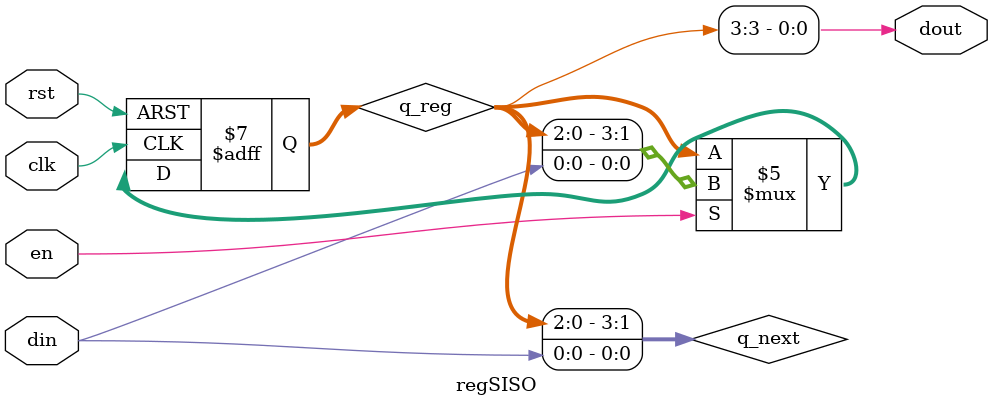
<source format=sv>
module regSISO (
    input logic clk, en, rst, din,
    output logic dout
);
    logic [3:0] q_next, q_reg;
    always_ff @(posedge clk, posedge rst)
        begin
            if (rst == 1'b1)
                q_reg = 0;
            else if (en == 1'b1)
                q_reg = q_next;
        end
    assign q_next = {q_reg [2:0], din};
    assign dout = q_reg [3];
endmodule
</source>
